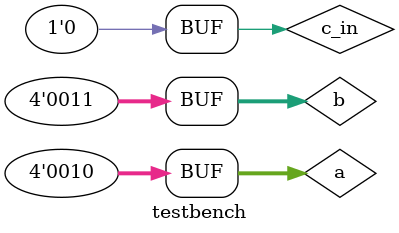
<source format=v>
`timescale 1ns / 1ps


module testbench;

	// Inputs
	reg [3:0] a;
	reg [3:0] b;
	reg c_in;

	// Outputs
	wire [3:0] s;
	wire c_out;

	// Instantiate the Unit Under Test (UUT)
	full_adder4 uut (
		.a(a), 
		.b(b), 
		.c_in(c_in), 
		.s(s), 
		.c_out(c_out)
	);

	initial begin
		// Initialize Inputs
		#5;
		a = 0;
		b = 0;
		c_in = 0;

		// Wait 100 ns for global reset to finish
		#10;
        
		// Add stimulus here
		a = 2;
		b = 3;
		c_in = 0;
		
		#10;

	end
      
endmodule


</source>
